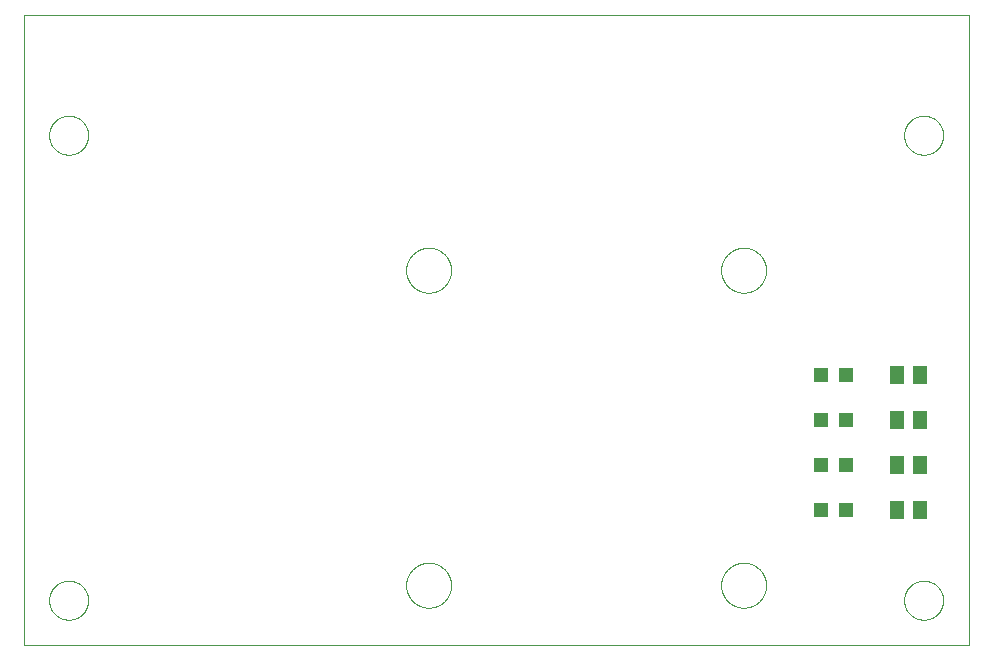
<source format=gtp>
G75*
%MOIN*%
%OFA0B0*%
%FSLAX25Y25*%
%IPPOS*%
%LPD*%
%AMOC8*
5,1,8,0,0,1.08239X$1,22.5*
%
%ADD10C,0.00000*%
%ADD11R,0.04724X0.04724*%
%ADD12R,0.05118X0.06299*%
D10*
X0003333Y0040000D02*
X0003333Y0250000D01*
X0318333Y0250000D01*
X0318333Y0040000D01*
X0003333Y0040000D01*
X0011833Y0055000D02*
X0011835Y0055161D01*
X0011841Y0055321D01*
X0011851Y0055482D01*
X0011865Y0055642D01*
X0011883Y0055802D01*
X0011904Y0055961D01*
X0011930Y0056120D01*
X0011960Y0056278D01*
X0011993Y0056435D01*
X0012031Y0056592D01*
X0012072Y0056747D01*
X0012117Y0056901D01*
X0012166Y0057054D01*
X0012219Y0057206D01*
X0012275Y0057357D01*
X0012336Y0057506D01*
X0012399Y0057654D01*
X0012467Y0057800D01*
X0012538Y0057944D01*
X0012612Y0058086D01*
X0012690Y0058227D01*
X0012772Y0058365D01*
X0012857Y0058502D01*
X0012945Y0058636D01*
X0013037Y0058768D01*
X0013132Y0058898D01*
X0013230Y0059026D01*
X0013331Y0059151D01*
X0013435Y0059273D01*
X0013542Y0059393D01*
X0013652Y0059510D01*
X0013765Y0059625D01*
X0013881Y0059736D01*
X0014000Y0059845D01*
X0014121Y0059950D01*
X0014245Y0060053D01*
X0014371Y0060153D01*
X0014499Y0060249D01*
X0014630Y0060342D01*
X0014764Y0060432D01*
X0014899Y0060519D01*
X0015037Y0060602D01*
X0015176Y0060682D01*
X0015318Y0060758D01*
X0015461Y0060831D01*
X0015606Y0060900D01*
X0015753Y0060966D01*
X0015901Y0061028D01*
X0016051Y0061086D01*
X0016202Y0061141D01*
X0016355Y0061192D01*
X0016509Y0061239D01*
X0016664Y0061282D01*
X0016820Y0061321D01*
X0016976Y0061357D01*
X0017134Y0061388D01*
X0017292Y0061416D01*
X0017451Y0061440D01*
X0017611Y0061460D01*
X0017771Y0061476D01*
X0017931Y0061488D01*
X0018092Y0061496D01*
X0018253Y0061500D01*
X0018413Y0061500D01*
X0018574Y0061496D01*
X0018735Y0061488D01*
X0018895Y0061476D01*
X0019055Y0061460D01*
X0019215Y0061440D01*
X0019374Y0061416D01*
X0019532Y0061388D01*
X0019690Y0061357D01*
X0019846Y0061321D01*
X0020002Y0061282D01*
X0020157Y0061239D01*
X0020311Y0061192D01*
X0020464Y0061141D01*
X0020615Y0061086D01*
X0020765Y0061028D01*
X0020913Y0060966D01*
X0021060Y0060900D01*
X0021205Y0060831D01*
X0021348Y0060758D01*
X0021490Y0060682D01*
X0021629Y0060602D01*
X0021767Y0060519D01*
X0021902Y0060432D01*
X0022036Y0060342D01*
X0022167Y0060249D01*
X0022295Y0060153D01*
X0022421Y0060053D01*
X0022545Y0059950D01*
X0022666Y0059845D01*
X0022785Y0059736D01*
X0022901Y0059625D01*
X0023014Y0059510D01*
X0023124Y0059393D01*
X0023231Y0059273D01*
X0023335Y0059151D01*
X0023436Y0059026D01*
X0023534Y0058898D01*
X0023629Y0058768D01*
X0023721Y0058636D01*
X0023809Y0058502D01*
X0023894Y0058365D01*
X0023976Y0058227D01*
X0024054Y0058086D01*
X0024128Y0057944D01*
X0024199Y0057800D01*
X0024267Y0057654D01*
X0024330Y0057506D01*
X0024391Y0057357D01*
X0024447Y0057206D01*
X0024500Y0057054D01*
X0024549Y0056901D01*
X0024594Y0056747D01*
X0024635Y0056592D01*
X0024673Y0056435D01*
X0024706Y0056278D01*
X0024736Y0056120D01*
X0024762Y0055961D01*
X0024783Y0055802D01*
X0024801Y0055642D01*
X0024815Y0055482D01*
X0024825Y0055321D01*
X0024831Y0055161D01*
X0024833Y0055000D01*
X0024831Y0054839D01*
X0024825Y0054679D01*
X0024815Y0054518D01*
X0024801Y0054358D01*
X0024783Y0054198D01*
X0024762Y0054039D01*
X0024736Y0053880D01*
X0024706Y0053722D01*
X0024673Y0053565D01*
X0024635Y0053408D01*
X0024594Y0053253D01*
X0024549Y0053099D01*
X0024500Y0052946D01*
X0024447Y0052794D01*
X0024391Y0052643D01*
X0024330Y0052494D01*
X0024267Y0052346D01*
X0024199Y0052200D01*
X0024128Y0052056D01*
X0024054Y0051914D01*
X0023976Y0051773D01*
X0023894Y0051635D01*
X0023809Y0051498D01*
X0023721Y0051364D01*
X0023629Y0051232D01*
X0023534Y0051102D01*
X0023436Y0050974D01*
X0023335Y0050849D01*
X0023231Y0050727D01*
X0023124Y0050607D01*
X0023014Y0050490D01*
X0022901Y0050375D01*
X0022785Y0050264D01*
X0022666Y0050155D01*
X0022545Y0050050D01*
X0022421Y0049947D01*
X0022295Y0049847D01*
X0022167Y0049751D01*
X0022036Y0049658D01*
X0021902Y0049568D01*
X0021767Y0049481D01*
X0021629Y0049398D01*
X0021490Y0049318D01*
X0021348Y0049242D01*
X0021205Y0049169D01*
X0021060Y0049100D01*
X0020913Y0049034D01*
X0020765Y0048972D01*
X0020615Y0048914D01*
X0020464Y0048859D01*
X0020311Y0048808D01*
X0020157Y0048761D01*
X0020002Y0048718D01*
X0019846Y0048679D01*
X0019690Y0048643D01*
X0019532Y0048612D01*
X0019374Y0048584D01*
X0019215Y0048560D01*
X0019055Y0048540D01*
X0018895Y0048524D01*
X0018735Y0048512D01*
X0018574Y0048504D01*
X0018413Y0048500D01*
X0018253Y0048500D01*
X0018092Y0048504D01*
X0017931Y0048512D01*
X0017771Y0048524D01*
X0017611Y0048540D01*
X0017451Y0048560D01*
X0017292Y0048584D01*
X0017134Y0048612D01*
X0016976Y0048643D01*
X0016820Y0048679D01*
X0016664Y0048718D01*
X0016509Y0048761D01*
X0016355Y0048808D01*
X0016202Y0048859D01*
X0016051Y0048914D01*
X0015901Y0048972D01*
X0015753Y0049034D01*
X0015606Y0049100D01*
X0015461Y0049169D01*
X0015318Y0049242D01*
X0015176Y0049318D01*
X0015037Y0049398D01*
X0014899Y0049481D01*
X0014764Y0049568D01*
X0014630Y0049658D01*
X0014499Y0049751D01*
X0014371Y0049847D01*
X0014245Y0049947D01*
X0014121Y0050050D01*
X0014000Y0050155D01*
X0013881Y0050264D01*
X0013765Y0050375D01*
X0013652Y0050490D01*
X0013542Y0050607D01*
X0013435Y0050727D01*
X0013331Y0050849D01*
X0013230Y0050974D01*
X0013132Y0051102D01*
X0013037Y0051232D01*
X0012945Y0051364D01*
X0012857Y0051498D01*
X0012772Y0051635D01*
X0012690Y0051773D01*
X0012612Y0051914D01*
X0012538Y0052056D01*
X0012467Y0052200D01*
X0012399Y0052346D01*
X0012336Y0052494D01*
X0012275Y0052643D01*
X0012219Y0052794D01*
X0012166Y0052946D01*
X0012117Y0053099D01*
X0012072Y0053253D01*
X0012031Y0053408D01*
X0011993Y0053565D01*
X0011960Y0053722D01*
X0011930Y0053880D01*
X0011904Y0054039D01*
X0011883Y0054198D01*
X0011865Y0054358D01*
X0011851Y0054518D01*
X0011841Y0054679D01*
X0011835Y0054839D01*
X0011833Y0055000D01*
X0130833Y0060000D02*
X0130835Y0060184D01*
X0130842Y0060368D01*
X0130853Y0060552D01*
X0130869Y0060735D01*
X0130889Y0060918D01*
X0130914Y0061100D01*
X0130943Y0061282D01*
X0130977Y0061463D01*
X0131015Y0061643D01*
X0131058Y0061822D01*
X0131105Y0062000D01*
X0131156Y0062177D01*
X0131212Y0062353D01*
X0131271Y0062527D01*
X0131336Y0062699D01*
X0131404Y0062870D01*
X0131476Y0063039D01*
X0131553Y0063207D01*
X0131634Y0063372D01*
X0131719Y0063535D01*
X0131807Y0063697D01*
X0131900Y0063856D01*
X0131997Y0064012D01*
X0132097Y0064167D01*
X0132201Y0064319D01*
X0132309Y0064468D01*
X0132420Y0064614D01*
X0132535Y0064758D01*
X0132654Y0064899D01*
X0132776Y0065037D01*
X0132901Y0065172D01*
X0133030Y0065303D01*
X0133161Y0065432D01*
X0133296Y0065557D01*
X0133434Y0065679D01*
X0133575Y0065798D01*
X0133719Y0065913D01*
X0133865Y0066024D01*
X0134014Y0066132D01*
X0134166Y0066236D01*
X0134321Y0066336D01*
X0134477Y0066433D01*
X0134636Y0066526D01*
X0134798Y0066614D01*
X0134961Y0066699D01*
X0135126Y0066780D01*
X0135294Y0066857D01*
X0135463Y0066929D01*
X0135634Y0066997D01*
X0135806Y0067062D01*
X0135980Y0067121D01*
X0136156Y0067177D01*
X0136333Y0067228D01*
X0136511Y0067275D01*
X0136690Y0067318D01*
X0136870Y0067356D01*
X0137051Y0067390D01*
X0137233Y0067419D01*
X0137415Y0067444D01*
X0137598Y0067464D01*
X0137781Y0067480D01*
X0137965Y0067491D01*
X0138149Y0067498D01*
X0138333Y0067500D01*
X0138517Y0067498D01*
X0138701Y0067491D01*
X0138885Y0067480D01*
X0139068Y0067464D01*
X0139251Y0067444D01*
X0139433Y0067419D01*
X0139615Y0067390D01*
X0139796Y0067356D01*
X0139976Y0067318D01*
X0140155Y0067275D01*
X0140333Y0067228D01*
X0140510Y0067177D01*
X0140686Y0067121D01*
X0140860Y0067062D01*
X0141032Y0066997D01*
X0141203Y0066929D01*
X0141372Y0066857D01*
X0141540Y0066780D01*
X0141705Y0066699D01*
X0141868Y0066614D01*
X0142030Y0066526D01*
X0142189Y0066433D01*
X0142345Y0066336D01*
X0142500Y0066236D01*
X0142652Y0066132D01*
X0142801Y0066024D01*
X0142947Y0065913D01*
X0143091Y0065798D01*
X0143232Y0065679D01*
X0143370Y0065557D01*
X0143505Y0065432D01*
X0143636Y0065303D01*
X0143765Y0065172D01*
X0143890Y0065037D01*
X0144012Y0064899D01*
X0144131Y0064758D01*
X0144246Y0064614D01*
X0144357Y0064468D01*
X0144465Y0064319D01*
X0144569Y0064167D01*
X0144669Y0064012D01*
X0144766Y0063856D01*
X0144859Y0063697D01*
X0144947Y0063535D01*
X0145032Y0063372D01*
X0145113Y0063207D01*
X0145190Y0063039D01*
X0145262Y0062870D01*
X0145330Y0062699D01*
X0145395Y0062527D01*
X0145454Y0062353D01*
X0145510Y0062177D01*
X0145561Y0062000D01*
X0145608Y0061822D01*
X0145651Y0061643D01*
X0145689Y0061463D01*
X0145723Y0061282D01*
X0145752Y0061100D01*
X0145777Y0060918D01*
X0145797Y0060735D01*
X0145813Y0060552D01*
X0145824Y0060368D01*
X0145831Y0060184D01*
X0145833Y0060000D01*
X0145831Y0059816D01*
X0145824Y0059632D01*
X0145813Y0059448D01*
X0145797Y0059265D01*
X0145777Y0059082D01*
X0145752Y0058900D01*
X0145723Y0058718D01*
X0145689Y0058537D01*
X0145651Y0058357D01*
X0145608Y0058178D01*
X0145561Y0058000D01*
X0145510Y0057823D01*
X0145454Y0057647D01*
X0145395Y0057473D01*
X0145330Y0057301D01*
X0145262Y0057130D01*
X0145190Y0056961D01*
X0145113Y0056793D01*
X0145032Y0056628D01*
X0144947Y0056465D01*
X0144859Y0056303D01*
X0144766Y0056144D01*
X0144669Y0055988D01*
X0144569Y0055833D01*
X0144465Y0055681D01*
X0144357Y0055532D01*
X0144246Y0055386D01*
X0144131Y0055242D01*
X0144012Y0055101D01*
X0143890Y0054963D01*
X0143765Y0054828D01*
X0143636Y0054697D01*
X0143505Y0054568D01*
X0143370Y0054443D01*
X0143232Y0054321D01*
X0143091Y0054202D01*
X0142947Y0054087D01*
X0142801Y0053976D01*
X0142652Y0053868D01*
X0142500Y0053764D01*
X0142345Y0053664D01*
X0142189Y0053567D01*
X0142030Y0053474D01*
X0141868Y0053386D01*
X0141705Y0053301D01*
X0141540Y0053220D01*
X0141372Y0053143D01*
X0141203Y0053071D01*
X0141032Y0053003D01*
X0140860Y0052938D01*
X0140686Y0052879D01*
X0140510Y0052823D01*
X0140333Y0052772D01*
X0140155Y0052725D01*
X0139976Y0052682D01*
X0139796Y0052644D01*
X0139615Y0052610D01*
X0139433Y0052581D01*
X0139251Y0052556D01*
X0139068Y0052536D01*
X0138885Y0052520D01*
X0138701Y0052509D01*
X0138517Y0052502D01*
X0138333Y0052500D01*
X0138149Y0052502D01*
X0137965Y0052509D01*
X0137781Y0052520D01*
X0137598Y0052536D01*
X0137415Y0052556D01*
X0137233Y0052581D01*
X0137051Y0052610D01*
X0136870Y0052644D01*
X0136690Y0052682D01*
X0136511Y0052725D01*
X0136333Y0052772D01*
X0136156Y0052823D01*
X0135980Y0052879D01*
X0135806Y0052938D01*
X0135634Y0053003D01*
X0135463Y0053071D01*
X0135294Y0053143D01*
X0135126Y0053220D01*
X0134961Y0053301D01*
X0134798Y0053386D01*
X0134636Y0053474D01*
X0134477Y0053567D01*
X0134321Y0053664D01*
X0134166Y0053764D01*
X0134014Y0053868D01*
X0133865Y0053976D01*
X0133719Y0054087D01*
X0133575Y0054202D01*
X0133434Y0054321D01*
X0133296Y0054443D01*
X0133161Y0054568D01*
X0133030Y0054697D01*
X0132901Y0054828D01*
X0132776Y0054963D01*
X0132654Y0055101D01*
X0132535Y0055242D01*
X0132420Y0055386D01*
X0132309Y0055532D01*
X0132201Y0055681D01*
X0132097Y0055833D01*
X0131997Y0055988D01*
X0131900Y0056144D01*
X0131807Y0056303D01*
X0131719Y0056465D01*
X0131634Y0056628D01*
X0131553Y0056793D01*
X0131476Y0056961D01*
X0131404Y0057130D01*
X0131336Y0057301D01*
X0131271Y0057473D01*
X0131212Y0057647D01*
X0131156Y0057823D01*
X0131105Y0058000D01*
X0131058Y0058178D01*
X0131015Y0058357D01*
X0130977Y0058537D01*
X0130943Y0058718D01*
X0130914Y0058900D01*
X0130889Y0059082D01*
X0130869Y0059265D01*
X0130853Y0059448D01*
X0130842Y0059632D01*
X0130835Y0059816D01*
X0130833Y0060000D01*
X0235833Y0060000D02*
X0235835Y0060184D01*
X0235842Y0060368D01*
X0235853Y0060552D01*
X0235869Y0060735D01*
X0235889Y0060918D01*
X0235914Y0061100D01*
X0235943Y0061282D01*
X0235977Y0061463D01*
X0236015Y0061643D01*
X0236058Y0061822D01*
X0236105Y0062000D01*
X0236156Y0062177D01*
X0236212Y0062353D01*
X0236271Y0062527D01*
X0236336Y0062699D01*
X0236404Y0062870D01*
X0236476Y0063039D01*
X0236553Y0063207D01*
X0236634Y0063372D01*
X0236719Y0063535D01*
X0236807Y0063697D01*
X0236900Y0063856D01*
X0236997Y0064012D01*
X0237097Y0064167D01*
X0237201Y0064319D01*
X0237309Y0064468D01*
X0237420Y0064614D01*
X0237535Y0064758D01*
X0237654Y0064899D01*
X0237776Y0065037D01*
X0237901Y0065172D01*
X0238030Y0065303D01*
X0238161Y0065432D01*
X0238296Y0065557D01*
X0238434Y0065679D01*
X0238575Y0065798D01*
X0238719Y0065913D01*
X0238865Y0066024D01*
X0239014Y0066132D01*
X0239166Y0066236D01*
X0239321Y0066336D01*
X0239477Y0066433D01*
X0239636Y0066526D01*
X0239798Y0066614D01*
X0239961Y0066699D01*
X0240126Y0066780D01*
X0240294Y0066857D01*
X0240463Y0066929D01*
X0240634Y0066997D01*
X0240806Y0067062D01*
X0240980Y0067121D01*
X0241156Y0067177D01*
X0241333Y0067228D01*
X0241511Y0067275D01*
X0241690Y0067318D01*
X0241870Y0067356D01*
X0242051Y0067390D01*
X0242233Y0067419D01*
X0242415Y0067444D01*
X0242598Y0067464D01*
X0242781Y0067480D01*
X0242965Y0067491D01*
X0243149Y0067498D01*
X0243333Y0067500D01*
X0243517Y0067498D01*
X0243701Y0067491D01*
X0243885Y0067480D01*
X0244068Y0067464D01*
X0244251Y0067444D01*
X0244433Y0067419D01*
X0244615Y0067390D01*
X0244796Y0067356D01*
X0244976Y0067318D01*
X0245155Y0067275D01*
X0245333Y0067228D01*
X0245510Y0067177D01*
X0245686Y0067121D01*
X0245860Y0067062D01*
X0246032Y0066997D01*
X0246203Y0066929D01*
X0246372Y0066857D01*
X0246540Y0066780D01*
X0246705Y0066699D01*
X0246868Y0066614D01*
X0247030Y0066526D01*
X0247189Y0066433D01*
X0247345Y0066336D01*
X0247500Y0066236D01*
X0247652Y0066132D01*
X0247801Y0066024D01*
X0247947Y0065913D01*
X0248091Y0065798D01*
X0248232Y0065679D01*
X0248370Y0065557D01*
X0248505Y0065432D01*
X0248636Y0065303D01*
X0248765Y0065172D01*
X0248890Y0065037D01*
X0249012Y0064899D01*
X0249131Y0064758D01*
X0249246Y0064614D01*
X0249357Y0064468D01*
X0249465Y0064319D01*
X0249569Y0064167D01*
X0249669Y0064012D01*
X0249766Y0063856D01*
X0249859Y0063697D01*
X0249947Y0063535D01*
X0250032Y0063372D01*
X0250113Y0063207D01*
X0250190Y0063039D01*
X0250262Y0062870D01*
X0250330Y0062699D01*
X0250395Y0062527D01*
X0250454Y0062353D01*
X0250510Y0062177D01*
X0250561Y0062000D01*
X0250608Y0061822D01*
X0250651Y0061643D01*
X0250689Y0061463D01*
X0250723Y0061282D01*
X0250752Y0061100D01*
X0250777Y0060918D01*
X0250797Y0060735D01*
X0250813Y0060552D01*
X0250824Y0060368D01*
X0250831Y0060184D01*
X0250833Y0060000D01*
X0250831Y0059816D01*
X0250824Y0059632D01*
X0250813Y0059448D01*
X0250797Y0059265D01*
X0250777Y0059082D01*
X0250752Y0058900D01*
X0250723Y0058718D01*
X0250689Y0058537D01*
X0250651Y0058357D01*
X0250608Y0058178D01*
X0250561Y0058000D01*
X0250510Y0057823D01*
X0250454Y0057647D01*
X0250395Y0057473D01*
X0250330Y0057301D01*
X0250262Y0057130D01*
X0250190Y0056961D01*
X0250113Y0056793D01*
X0250032Y0056628D01*
X0249947Y0056465D01*
X0249859Y0056303D01*
X0249766Y0056144D01*
X0249669Y0055988D01*
X0249569Y0055833D01*
X0249465Y0055681D01*
X0249357Y0055532D01*
X0249246Y0055386D01*
X0249131Y0055242D01*
X0249012Y0055101D01*
X0248890Y0054963D01*
X0248765Y0054828D01*
X0248636Y0054697D01*
X0248505Y0054568D01*
X0248370Y0054443D01*
X0248232Y0054321D01*
X0248091Y0054202D01*
X0247947Y0054087D01*
X0247801Y0053976D01*
X0247652Y0053868D01*
X0247500Y0053764D01*
X0247345Y0053664D01*
X0247189Y0053567D01*
X0247030Y0053474D01*
X0246868Y0053386D01*
X0246705Y0053301D01*
X0246540Y0053220D01*
X0246372Y0053143D01*
X0246203Y0053071D01*
X0246032Y0053003D01*
X0245860Y0052938D01*
X0245686Y0052879D01*
X0245510Y0052823D01*
X0245333Y0052772D01*
X0245155Y0052725D01*
X0244976Y0052682D01*
X0244796Y0052644D01*
X0244615Y0052610D01*
X0244433Y0052581D01*
X0244251Y0052556D01*
X0244068Y0052536D01*
X0243885Y0052520D01*
X0243701Y0052509D01*
X0243517Y0052502D01*
X0243333Y0052500D01*
X0243149Y0052502D01*
X0242965Y0052509D01*
X0242781Y0052520D01*
X0242598Y0052536D01*
X0242415Y0052556D01*
X0242233Y0052581D01*
X0242051Y0052610D01*
X0241870Y0052644D01*
X0241690Y0052682D01*
X0241511Y0052725D01*
X0241333Y0052772D01*
X0241156Y0052823D01*
X0240980Y0052879D01*
X0240806Y0052938D01*
X0240634Y0053003D01*
X0240463Y0053071D01*
X0240294Y0053143D01*
X0240126Y0053220D01*
X0239961Y0053301D01*
X0239798Y0053386D01*
X0239636Y0053474D01*
X0239477Y0053567D01*
X0239321Y0053664D01*
X0239166Y0053764D01*
X0239014Y0053868D01*
X0238865Y0053976D01*
X0238719Y0054087D01*
X0238575Y0054202D01*
X0238434Y0054321D01*
X0238296Y0054443D01*
X0238161Y0054568D01*
X0238030Y0054697D01*
X0237901Y0054828D01*
X0237776Y0054963D01*
X0237654Y0055101D01*
X0237535Y0055242D01*
X0237420Y0055386D01*
X0237309Y0055532D01*
X0237201Y0055681D01*
X0237097Y0055833D01*
X0236997Y0055988D01*
X0236900Y0056144D01*
X0236807Y0056303D01*
X0236719Y0056465D01*
X0236634Y0056628D01*
X0236553Y0056793D01*
X0236476Y0056961D01*
X0236404Y0057130D01*
X0236336Y0057301D01*
X0236271Y0057473D01*
X0236212Y0057647D01*
X0236156Y0057823D01*
X0236105Y0058000D01*
X0236058Y0058178D01*
X0236015Y0058357D01*
X0235977Y0058537D01*
X0235943Y0058718D01*
X0235914Y0058900D01*
X0235889Y0059082D01*
X0235869Y0059265D01*
X0235853Y0059448D01*
X0235842Y0059632D01*
X0235835Y0059816D01*
X0235833Y0060000D01*
X0296833Y0055000D02*
X0296835Y0055161D01*
X0296841Y0055321D01*
X0296851Y0055482D01*
X0296865Y0055642D01*
X0296883Y0055802D01*
X0296904Y0055961D01*
X0296930Y0056120D01*
X0296960Y0056278D01*
X0296993Y0056435D01*
X0297031Y0056592D01*
X0297072Y0056747D01*
X0297117Y0056901D01*
X0297166Y0057054D01*
X0297219Y0057206D01*
X0297275Y0057357D01*
X0297336Y0057506D01*
X0297399Y0057654D01*
X0297467Y0057800D01*
X0297538Y0057944D01*
X0297612Y0058086D01*
X0297690Y0058227D01*
X0297772Y0058365D01*
X0297857Y0058502D01*
X0297945Y0058636D01*
X0298037Y0058768D01*
X0298132Y0058898D01*
X0298230Y0059026D01*
X0298331Y0059151D01*
X0298435Y0059273D01*
X0298542Y0059393D01*
X0298652Y0059510D01*
X0298765Y0059625D01*
X0298881Y0059736D01*
X0299000Y0059845D01*
X0299121Y0059950D01*
X0299245Y0060053D01*
X0299371Y0060153D01*
X0299499Y0060249D01*
X0299630Y0060342D01*
X0299764Y0060432D01*
X0299899Y0060519D01*
X0300037Y0060602D01*
X0300176Y0060682D01*
X0300318Y0060758D01*
X0300461Y0060831D01*
X0300606Y0060900D01*
X0300753Y0060966D01*
X0300901Y0061028D01*
X0301051Y0061086D01*
X0301202Y0061141D01*
X0301355Y0061192D01*
X0301509Y0061239D01*
X0301664Y0061282D01*
X0301820Y0061321D01*
X0301976Y0061357D01*
X0302134Y0061388D01*
X0302292Y0061416D01*
X0302451Y0061440D01*
X0302611Y0061460D01*
X0302771Y0061476D01*
X0302931Y0061488D01*
X0303092Y0061496D01*
X0303253Y0061500D01*
X0303413Y0061500D01*
X0303574Y0061496D01*
X0303735Y0061488D01*
X0303895Y0061476D01*
X0304055Y0061460D01*
X0304215Y0061440D01*
X0304374Y0061416D01*
X0304532Y0061388D01*
X0304690Y0061357D01*
X0304846Y0061321D01*
X0305002Y0061282D01*
X0305157Y0061239D01*
X0305311Y0061192D01*
X0305464Y0061141D01*
X0305615Y0061086D01*
X0305765Y0061028D01*
X0305913Y0060966D01*
X0306060Y0060900D01*
X0306205Y0060831D01*
X0306348Y0060758D01*
X0306490Y0060682D01*
X0306629Y0060602D01*
X0306767Y0060519D01*
X0306902Y0060432D01*
X0307036Y0060342D01*
X0307167Y0060249D01*
X0307295Y0060153D01*
X0307421Y0060053D01*
X0307545Y0059950D01*
X0307666Y0059845D01*
X0307785Y0059736D01*
X0307901Y0059625D01*
X0308014Y0059510D01*
X0308124Y0059393D01*
X0308231Y0059273D01*
X0308335Y0059151D01*
X0308436Y0059026D01*
X0308534Y0058898D01*
X0308629Y0058768D01*
X0308721Y0058636D01*
X0308809Y0058502D01*
X0308894Y0058365D01*
X0308976Y0058227D01*
X0309054Y0058086D01*
X0309128Y0057944D01*
X0309199Y0057800D01*
X0309267Y0057654D01*
X0309330Y0057506D01*
X0309391Y0057357D01*
X0309447Y0057206D01*
X0309500Y0057054D01*
X0309549Y0056901D01*
X0309594Y0056747D01*
X0309635Y0056592D01*
X0309673Y0056435D01*
X0309706Y0056278D01*
X0309736Y0056120D01*
X0309762Y0055961D01*
X0309783Y0055802D01*
X0309801Y0055642D01*
X0309815Y0055482D01*
X0309825Y0055321D01*
X0309831Y0055161D01*
X0309833Y0055000D01*
X0309831Y0054839D01*
X0309825Y0054679D01*
X0309815Y0054518D01*
X0309801Y0054358D01*
X0309783Y0054198D01*
X0309762Y0054039D01*
X0309736Y0053880D01*
X0309706Y0053722D01*
X0309673Y0053565D01*
X0309635Y0053408D01*
X0309594Y0053253D01*
X0309549Y0053099D01*
X0309500Y0052946D01*
X0309447Y0052794D01*
X0309391Y0052643D01*
X0309330Y0052494D01*
X0309267Y0052346D01*
X0309199Y0052200D01*
X0309128Y0052056D01*
X0309054Y0051914D01*
X0308976Y0051773D01*
X0308894Y0051635D01*
X0308809Y0051498D01*
X0308721Y0051364D01*
X0308629Y0051232D01*
X0308534Y0051102D01*
X0308436Y0050974D01*
X0308335Y0050849D01*
X0308231Y0050727D01*
X0308124Y0050607D01*
X0308014Y0050490D01*
X0307901Y0050375D01*
X0307785Y0050264D01*
X0307666Y0050155D01*
X0307545Y0050050D01*
X0307421Y0049947D01*
X0307295Y0049847D01*
X0307167Y0049751D01*
X0307036Y0049658D01*
X0306902Y0049568D01*
X0306767Y0049481D01*
X0306629Y0049398D01*
X0306490Y0049318D01*
X0306348Y0049242D01*
X0306205Y0049169D01*
X0306060Y0049100D01*
X0305913Y0049034D01*
X0305765Y0048972D01*
X0305615Y0048914D01*
X0305464Y0048859D01*
X0305311Y0048808D01*
X0305157Y0048761D01*
X0305002Y0048718D01*
X0304846Y0048679D01*
X0304690Y0048643D01*
X0304532Y0048612D01*
X0304374Y0048584D01*
X0304215Y0048560D01*
X0304055Y0048540D01*
X0303895Y0048524D01*
X0303735Y0048512D01*
X0303574Y0048504D01*
X0303413Y0048500D01*
X0303253Y0048500D01*
X0303092Y0048504D01*
X0302931Y0048512D01*
X0302771Y0048524D01*
X0302611Y0048540D01*
X0302451Y0048560D01*
X0302292Y0048584D01*
X0302134Y0048612D01*
X0301976Y0048643D01*
X0301820Y0048679D01*
X0301664Y0048718D01*
X0301509Y0048761D01*
X0301355Y0048808D01*
X0301202Y0048859D01*
X0301051Y0048914D01*
X0300901Y0048972D01*
X0300753Y0049034D01*
X0300606Y0049100D01*
X0300461Y0049169D01*
X0300318Y0049242D01*
X0300176Y0049318D01*
X0300037Y0049398D01*
X0299899Y0049481D01*
X0299764Y0049568D01*
X0299630Y0049658D01*
X0299499Y0049751D01*
X0299371Y0049847D01*
X0299245Y0049947D01*
X0299121Y0050050D01*
X0299000Y0050155D01*
X0298881Y0050264D01*
X0298765Y0050375D01*
X0298652Y0050490D01*
X0298542Y0050607D01*
X0298435Y0050727D01*
X0298331Y0050849D01*
X0298230Y0050974D01*
X0298132Y0051102D01*
X0298037Y0051232D01*
X0297945Y0051364D01*
X0297857Y0051498D01*
X0297772Y0051635D01*
X0297690Y0051773D01*
X0297612Y0051914D01*
X0297538Y0052056D01*
X0297467Y0052200D01*
X0297399Y0052346D01*
X0297336Y0052494D01*
X0297275Y0052643D01*
X0297219Y0052794D01*
X0297166Y0052946D01*
X0297117Y0053099D01*
X0297072Y0053253D01*
X0297031Y0053408D01*
X0296993Y0053565D01*
X0296960Y0053722D01*
X0296930Y0053880D01*
X0296904Y0054039D01*
X0296883Y0054198D01*
X0296865Y0054358D01*
X0296851Y0054518D01*
X0296841Y0054679D01*
X0296835Y0054839D01*
X0296833Y0055000D01*
X0235833Y0165000D02*
X0235835Y0165184D01*
X0235842Y0165368D01*
X0235853Y0165552D01*
X0235869Y0165735D01*
X0235889Y0165918D01*
X0235914Y0166100D01*
X0235943Y0166282D01*
X0235977Y0166463D01*
X0236015Y0166643D01*
X0236058Y0166822D01*
X0236105Y0167000D01*
X0236156Y0167177D01*
X0236212Y0167353D01*
X0236271Y0167527D01*
X0236336Y0167699D01*
X0236404Y0167870D01*
X0236476Y0168039D01*
X0236553Y0168207D01*
X0236634Y0168372D01*
X0236719Y0168535D01*
X0236807Y0168697D01*
X0236900Y0168856D01*
X0236997Y0169012D01*
X0237097Y0169167D01*
X0237201Y0169319D01*
X0237309Y0169468D01*
X0237420Y0169614D01*
X0237535Y0169758D01*
X0237654Y0169899D01*
X0237776Y0170037D01*
X0237901Y0170172D01*
X0238030Y0170303D01*
X0238161Y0170432D01*
X0238296Y0170557D01*
X0238434Y0170679D01*
X0238575Y0170798D01*
X0238719Y0170913D01*
X0238865Y0171024D01*
X0239014Y0171132D01*
X0239166Y0171236D01*
X0239321Y0171336D01*
X0239477Y0171433D01*
X0239636Y0171526D01*
X0239798Y0171614D01*
X0239961Y0171699D01*
X0240126Y0171780D01*
X0240294Y0171857D01*
X0240463Y0171929D01*
X0240634Y0171997D01*
X0240806Y0172062D01*
X0240980Y0172121D01*
X0241156Y0172177D01*
X0241333Y0172228D01*
X0241511Y0172275D01*
X0241690Y0172318D01*
X0241870Y0172356D01*
X0242051Y0172390D01*
X0242233Y0172419D01*
X0242415Y0172444D01*
X0242598Y0172464D01*
X0242781Y0172480D01*
X0242965Y0172491D01*
X0243149Y0172498D01*
X0243333Y0172500D01*
X0243517Y0172498D01*
X0243701Y0172491D01*
X0243885Y0172480D01*
X0244068Y0172464D01*
X0244251Y0172444D01*
X0244433Y0172419D01*
X0244615Y0172390D01*
X0244796Y0172356D01*
X0244976Y0172318D01*
X0245155Y0172275D01*
X0245333Y0172228D01*
X0245510Y0172177D01*
X0245686Y0172121D01*
X0245860Y0172062D01*
X0246032Y0171997D01*
X0246203Y0171929D01*
X0246372Y0171857D01*
X0246540Y0171780D01*
X0246705Y0171699D01*
X0246868Y0171614D01*
X0247030Y0171526D01*
X0247189Y0171433D01*
X0247345Y0171336D01*
X0247500Y0171236D01*
X0247652Y0171132D01*
X0247801Y0171024D01*
X0247947Y0170913D01*
X0248091Y0170798D01*
X0248232Y0170679D01*
X0248370Y0170557D01*
X0248505Y0170432D01*
X0248636Y0170303D01*
X0248765Y0170172D01*
X0248890Y0170037D01*
X0249012Y0169899D01*
X0249131Y0169758D01*
X0249246Y0169614D01*
X0249357Y0169468D01*
X0249465Y0169319D01*
X0249569Y0169167D01*
X0249669Y0169012D01*
X0249766Y0168856D01*
X0249859Y0168697D01*
X0249947Y0168535D01*
X0250032Y0168372D01*
X0250113Y0168207D01*
X0250190Y0168039D01*
X0250262Y0167870D01*
X0250330Y0167699D01*
X0250395Y0167527D01*
X0250454Y0167353D01*
X0250510Y0167177D01*
X0250561Y0167000D01*
X0250608Y0166822D01*
X0250651Y0166643D01*
X0250689Y0166463D01*
X0250723Y0166282D01*
X0250752Y0166100D01*
X0250777Y0165918D01*
X0250797Y0165735D01*
X0250813Y0165552D01*
X0250824Y0165368D01*
X0250831Y0165184D01*
X0250833Y0165000D01*
X0250831Y0164816D01*
X0250824Y0164632D01*
X0250813Y0164448D01*
X0250797Y0164265D01*
X0250777Y0164082D01*
X0250752Y0163900D01*
X0250723Y0163718D01*
X0250689Y0163537D01*
X0250651Y0163357D01*
X0250608Y0163178D01*
X0250561Y0163000D01*
X0250510Y0162823D01*
X0250454Y0162647D01*
X0250395Y0162473D01*
X0250330Y0162301D01*
X0250262Y0162130D01*
X0250190Y0161961D01*
X0250113Y0161793D01*
X0250032Y0161628D01*
X0249947Y0161465D01*
X0249859Y0161303D01*
X0249766Y0161144D01*
X0249669Y0160988D01*
X0249569Y0160833D01*
X0249465Y0160681D01*
X0249357Y0160532D01*
X0249246Y0160386D01*
X0249131Y0160242D01*
X0249012Y0160101D01*
X0248890Y0159963D01*
X0248765Y0159828D01*
X0248636Y0159697D01*
X0248505Y0159568D01*
X0248370Y0159443D01*
X0248232Y0159321D01*
X0248091Y0159202D01*
X0247947Y0159087D01*
X0247801Y0158976D01*
X0247652Y0158868D01*
X0247500Y0158764D01*
X0247345Y0158664D01*
X0247189Y0158567D01*
X0247030Y0158474D01*
X0246868Y0158386D01*
X0246705Y0158301D01*
X0246540Y0158220D01*
X0246372Y0158143D01*
X0246203Y0158071D01*
X0246032Y0158003D01*
X0245860Y0157938D01*
X0245686Y0157879D01*
X0245510Y0157823D01*
X0245333Y0157772D01*
X0245155Y0157725D01*
X0244976Y0157682D01*
X0244796Y0157644D01*
X0244615Y0157610D01*
X0244433Y0157581D01*
X0244251Y0157556D01*
X0244068Y0157536D01*
X0243885Y0157520D01*
X0243701Y0157509D01*
X0243517Y0157502D01*
X0243333Y0157500D01*
X0243149Y0157502D01*
X0242965Y0157509D01*
X0242781Y0157520D01*
X0242598Y0157536D01*
X0242415Y0157556D01*
X0242233Y0157581D01*
X0242051Y0157610D01*
X0241870Y0157644D01*
X0241690Y0157682D01*
X0241511Y0157725D01*
X0241333Y0157772D01*
X0241156Y0157823D01*
X0240980Y0157879D01*
X0240806Y0157938D01*
X0240634Y0158003D01*
X0240463Y0158071D01*
X0240294Y0158143D01*
X0240126Y0158220D01*
X0239961Y0158301D01*
X0239798Y0158386D01*
X0239636Y0158474D01*
X0239477Y0158567D01*
X0239321Y0158664D01*
X0239166Y0158764D01*
X0239014Y0158868D01*
X0238865Y0158976D01*
X0238719Y0159087D01*
X0238575Y0159202D01*
X0238434Y0159321D01*
X0238296Y0159443D01*
X0238161Y0159568D01*
X0238030Y0159697D01*
X0237901Y0159828D01*
X0237776Y0159963D01*
X0237654Y0160101D01*
X0237535Y0160242D01*
X0237420Y0160386D01*
X0237309Y0160532D01*
X0237201Y0160681D01*
X0237097Y0160833D01*
X0236997Y0160988D01*
X0236900Y0161144D01*
X0236807Y0161303D01*
X0236719Y0161465D01*
X0236634Y0161628D01*
X0236553Y0161793D01*
X0236476Y0161961D01*
X0236404Y0162130D01*
X0236336Y0162301D01*
X0236271Y0162473D01*
X0236212Y0162647D01*
X0236156Y0162823D01*
X0236105Y0163000D01*
X0236058Y0163178D01*
X0236015Y0163357D01*
X0235977Y0163537D01*
X0235943Y0163718D01*
X0235914Y0163900D01*
X0235889Y0164082D01*
X0235869Y0164265D01*
X0235853Y0164448D01*
X0235842Y0164632D01*
X0235835Y0164816D01*
X0235833Y0165000D01*
X0296833Y0210000D02*
X0296835Y0210161D01*
X0296841Y0210321D01*
X0296851Y0210482D01*
X0296865Y0210642D01*
X0296883Y0210802D01*
X0296904Y0210961D01*
X0296930Y0211120D01*
X0296960Y0211278D01*
X0296993Y0211435D01*
X0297031Y0211592D01*
X0297072Y0211747D01*
X0297117Y0211901D01*
X0297166Y0212054D01*
X0297219Y0212206D01*
X0297275Y0212357D01*
X0297336Y0212506D01*
X0297399Y0212654D01*
X0297467Y0212800D01*
X0297538Y0212944D01*
X0297612Y0213086D01*
X0297690Y0213227D01*
X0297772Y0213365D01*
X0297857Y0213502D01*
X0297945Y0213636D01*
X0298037Y0213768D01*
X0298132Y0213898D01*
X0298230Y0214026D01*
X0298331Y0214151D01*
X0298435Y0214273D01*
X0298542Y0214393D01*
X0298652Y0214510D01*
X0298765Y0214625D01*
X0298881Y0214736D01*
X0299000Y0214845D01*
X0299121Y0214950D01*
X0299245Y0215053D01*
X0299371Y0215153D01*
X0299499Y0215249D01*
X0299630Y0215342D01*
X0299764Y0215432D01*
X0299899Y0215519D01*
X0300037Y0215602D01*
X0300176Y0215682D01*
X0300318Y0215758D01*
X0300461Y0215831D01*
X0300606Y0215900D01*
X0300753Y0215966D01*
X0300901Y0216028D01*
X0301051Y0216086D01*
X0301202Y0216141D01*
X0301355Y0216192D01*
X0301509Y0216239D01*
X0301664Y0216282D01*
X0301820Y0216321D01*
X0301976Y0216357D01*
X0302134Y0216388D01*
X0302292Y0216416D01*
X0302451Y0216440D01*
X0302611Y0216460D01*
X0302771Y0216476D01*
X0302931Y0216488D01*
X0303092Y0216496D01*
X0303253Y0216500D01*
X0303413Y0216500D01*
X0303574Y0216496D01*
X0303735Y0216488D01*
X0303895Y0216476D01*
X0304055Y0216460D01*
X0304215Y0216440D01*
X0304374Y0216416D01*
X0304532Y0216388D01*
X0304690Y0216357D01*
X0304846Y0216321D01*
X0305002Y0216282D01*
X0305157Y0216239D01*
X0305311Y0216192D01*
X0305464Y0216141D01*
X0305615Y0216086D01*
X0305765Y0216028D01*
X0305913Y0215966D01*
X0306060Y0215900D01*
X0306205Y0215831D01*
X0306348Y0215758D01*
X0306490Y0215682D01*
X0306629Y0215602D01*
X0306767Y0215519D01*
X0306902Y0215432D01*
X0307036Y0215342D01*
X0307167Y0215249D01*
X0307295Y0215153D01*
X0307421Y0215053D01*
X0307545Y0214950D01*
X0307666Y0214845D01*
X0307785Y0214736D01*
X0307901Y0214625D01*
X0308014Y0214510D01*
X0308124Y0214393D01*
X0308231Y0214273D01*
X0308335Y0214151D01*
X0308436Y0214026D01*
X0308534Y0213898D01*
X0308629Y0213768D01*
X0308721Y0213636D01*
X0308809Y0213502D01*
X0308894Y0213365D01*
X0308976Y0213227D01*
X0309054Y0213086D01*
X0309128Y0212944D01*
X0309199Y0212800D01*
X0309267Y0212654D01*
X0309330Y0212506D01*
X0309391Y0212357D01*
X0309447Y0212206D01*
X0309500Y0212054D01*
X0309549Y0211901D01*
X0309594Y0211747D01*
X0309635Y0211592D01*
X0309673Y0211435D01*
X0309706Y0211278D01*
X0309736Y0211120D01*
X0309762Y0210961D01*
X0309783Y0210802D01*
X0309801Y0210642D01*
X0309815Y0210482D01*
X0309825Y0210321D01*
X0309831Y0210161D01*
X0309833Y0210000D01*
X0309831Y0209839D01*
X0309825Y0209679D01*
X0309815Y0209518D01*
X0309801Y0209358D01*
X0309783Y0209198D01*
X0309762Y0209039D01*
X0309736Y0208880D01*
X0309706Y0208722D01*
X0309673Y0208565D01*
X0309635Y0208408D01*
X0309594Y0208253D01*
X0309549Y0208099D01*
X0309500Y0207946D01*
X0309447Y0207794D01*
X0309391Y0207643D01*
X0309330Y0207494D01*
X0309267Y0207346D01*
X0309199Y0207200D01*
X0309128Y0207056D01*
X0309054Y0206914D01*
X0308976Y0206773D01*
X0308894Y0206635D01*
X0308809Y0206498D01*
X0308721Y0206364D01*
X0308629Y0206232D01*
X0308534Y0206102D01*
X0308436Y0205974D01*
X0308335Y0205849D01*
X0308231Y0205727D01*
X0308124Y0205607D01*
X0308014Y0205490D01*
X0307901Y0205375D01*
X0307785Y0205264D01*
X0307666Y0205155D01*
X0307545Y0205050D01*
X0307421Y0204947D01*
X0307295Y0204847D01*
X0307167Y0204751D01*
X0307036Y0204658D01*
X0306902Y0204568D01*
X0306767Y0204481D01*
X0306629Y0204398D01*
X0306490Y0204318D01*
X0306348Y0204242D01*
X0306205Y0204169D01*
X0306060Y0204100D01*
X0305913Y0204034D01*
X0305765Y0203972D01*
X0305615Y0203914D01*
X0305464Y0203859D01*
X0305311Y0203808D01*
X0305157Y0203761D01*
X0305002Y0203718D01*
X0304846Y0203679D01*
X0304690Y0203643D01*
X0304532Y0203612D01*
X0304374Y0203584D01*
X0304215Y0203560D01*
X0304055Y0203540D01*
X0303895Y0203524D01*
X0303735Y0203512D01*
X0303574Y0203504D01*
X0303413Y0203500D01*
X0303253Y0203500D01*
X0303092Y0203504D01*
X0302931Y0203512D01*
X0302771Y0203524D01*
X0302611Y0203540D01*
X0302451Y0203560D01*
X0302292Y0203584D01*
X0302134Y0203612D01*
X0301976Y0203643D01*
X0301820Y0203679D01*
X0301664Y0203718D01*
X0301509Y0203761D01*
X0301355Y0203808D01*
X0301202Y0203859D01*
X0301051Y0203914D01*
X0300901Y0203972D01*
X0300753Y0204034D01*
X0300606Y0204100D01*
X0300461Y0204169D01*
X0300318Y0204242D01*
X0300176Y0204318D01*
X0300037Y0204398D01*
X0299899Y0204481D01*
X0299764Y0204568D01*
X0299630Y0204658D01*
X0299499Y0204751D01*
X0299371Y0204847D01*
X0299245Y0204947D01*
X0299121Y0205050D01*
X0299000Y0205155D01*
X0298881Y0205264D01*
X0298765Y0205375D01*
X0298652Y0205490D01*
X0298542Y0205607D01*
X0298435Y0205727D01*
X0298331Y0205849D01*
X0298230Y0205974D01*
X0298132Y0206102D01*
X0298037Y0206232D01*
X0297945Y0206364D01*
X0297857Y0206498D01*
X0297772Y0206635D01*
X0297690Y0206773D01*
X0297612Y0206914D01*
X0297538Y0207056D01*
X0297467Y0207200D01*
X0297399Y0207346D01*
X0297336Y0207494D01*
X0297275Y0207643D01*
X0297219Y0207794D01*
X0297166Y0207946D01*
X0297117Y0208099D01*
X0297072Y0208253D01*
X0297031Y0208408D01*
X0296993Y0208565D01*
X0296960Y0208722D01*
X0296930Y0208880D01*
X0296904Y0209039D01*
X0296883Y0209198D01*
X0296865Y0209358D01*
X0296851Y0209518D01*
X0296841Y0209679D01*
X0296835Y0209839D01*
X0296833Y0210000D01*
X0130833Y0165000D02*
X0130835Y0165184D01*
X0130842Y0165368D01*
X0130853Y0165552D01*
X0130869Y0165735D01*
X0130889Y0165918D01*
X0130914Y0166100D01*
X0130943Y0166282D01*
X0130977Y0166463D01*
X0131015Y0166643D01*
X0131058Y0166822D01*
X0131105Y0167000D01*
X0131156Y0167177D01*
X0131212Y0167353D01*
X0131271Y0167527D01*
X0131336Y0167699D01*
X0131404Y0167870D01*
X0131476Y0168039D01*
X0131553Y0168207D01*
X0131634Y0168372D01*
X0131719Y0168535D01*
X0131807Y0168697D01*
X0131900Y0168856D01*
X0131997Y0169012D01*
X0132097Y0169167D01*
X0132201Y0169319D01*
X0132309Y0169468D01*
X0132420Y0169614D01*
X0132535Y0169758D01*
X0132654Y0169899D01*
X0132776Y0170037D01*
X0132901Y0170172D01*
X0133030Y0170303D01*
X0133161Y0170432D01*
X0133296Y0170557D01*
X0133434Y0170679D01*
X0133575Y0170798D01*
X0133719Y0170913D01*
X0133865Y0171024D01*
X0134014Y0171132D01*
X0134166Y0171236D01*
X0134321Y0171336D01*
X0134477Y0171433D01*
X0134636Y0171526D01*
X0134798Y0171614D01*
X0134961Y0171699D01*
X0135126Y0171780D01*
X0135294Y0171857D01*
X0135463Y0171929D01*
X0135634Y0171997D01*
X0135806Y0172062D01*
X0135980Y0172121D01*
X0136156Y0172177D01*
X0136333Y0172228D01*
X0136511Y0172275D01*
X0136690Y0172318D01*
X0136870Y0172356D01*
X0137051Y0172390D01*
X0137233Y0172419D01*
X0137415Y0172444D01*
X0137598Y0172464D01*
X0137781Y0172480D01*
X0137965Y0172491D01*
X0138149Y0172498D01*
X0138333Y0172500D01*
X0138517Y0172498D01*
X0138701Y0172491D01*
X0138885Y0172480D01*
X0139068Y0172464D01*
X0139251Y0172444D01*
X0139433Y0172419D01*
X0139615Y0172390D01*
X0139796Y0172356D01*
X0139976Y0172318D01*
X0140155Y0172275D01*
X0140333Y0172228D01*
X0140510Y0172177D01*
X0140686Y0172121D01*
X0140860Y0172062D01*
X0141032Y0171997D01*
X0141203Y0171929D01*
X0141372Y0171857D01*
X0141540Y0171780D01*
X0141705Y0171699D01*
X0141868Y0171614D01*
X0142030Y0171526D01*
X0142189Y0171433D01*
X0142345Y0171336D01*
X0142500Y0171236D01*
X0142652Y0171132D01*
X0142801Y0171024D01*
X0142947Y0170913D01*
X0143091Y0170798D01*
X0143232Y0170679D01*
X0143370Y0170557D01*
X0143505Y0170432D01*
X0143636Y0170303D01*
X0143765Y0170172D01*
X0143890Y0170037D01*
X0144012Y0169899D01*
X0144131Y0169758D01*
X0144246Y0169614D01*
X0144357Y0169468D01*
X0144465Y0169319D01*
X0144569Y0169167D01*
X0144669Y0169012D01*
X0144766Y0168856D01*
X0144859Y0168697D01*
X0144947Y0168535D01*
X0145032Y0168372D01*
X0145113Y0168207D01*
X0145190Y0168039D01*
X0145262Y0167870D01*
X0145330Y0167699D01*
X0145395Y0167527D01*
X0145454Y0167353D01*
X0145510Y0167177D01*
X0145561Y0167000D01*
X0145608Y0166822D01*
X0145651Y0166643D01*
X0145689Y0166463D01*
X0145723Y0166282D01*
X0145752Y0166100D01*
X0145777Y0165918D01*
X0145797Y0165735D01*
X0145813Y0165552D01*
X0145824Y0165368D01*
X0145831Y0165184D01*
X0145833Y0165000D01*
X0145831Y0164816D01*
X0145824Y0164632D01*
X0145813Y0164448D01*
X0145797Y0164265D01*
X0145777Y0164082D01*
X0145752Y0163900D01*
X0145723Y0163718D01*
X0145689Y0163537D01*
X0145651Y0163357D01*
X0145608Y0163178D01*
X0145561Y0163000D01*
X0145510Y0162823D01*
X0145454Y0162647D01*
X0145395Y0162473D01*
X0145330Y0162301D01*
X0145262Y0162130D01*
X0145190Y0161961D01*
X0145113Y0161793D01*
X0145032Y0161628D01*
X0144947Y0161465D01*
X0144859Y0161303D01*
X0144766Y0161144D01*
X0144669Y0160988D01*
X0144569Y0160833D01*
X0144465Y0160681D01*
X0144357Y0160532D01*
X0144246Y0160386D01*
X0144131Y0160242D01*
X0144012Y0160101D01*
X0143890Y0159963D01*
X0143765Y0159828D01*
X0143636Y0159697D01*
X0143505Y0159568D01*
X0143370Y0159443D01*
X0143232Y0159321D01*
X0143091Y0159202D01*
X0142947Y0159087D01*
X0142801Y0158976D01*
X0142652Y0158868D01*
X0142500Y0158764D01*
X0142345Y0158664D01*
X0142189Y0158567D01*
X0142030Y0158474D01*
X0141868Y0158386D01*
X0141705Y0158301D01*
X0141540Y0158220D01*
X0141372Y0158143D01*
X0141203Y0158071D01*
X0141032Y0158003D01*
X0140860Y0157938D01*
X0140686Y0157879D01*
X0140510Y0157823D01*
X0140333Y0157772D01*
X0140155Y0157725D01*
X0139976Y0157682D01*
X0139796Y0157644D01*
X0139615Y0157610D01*
X0139433Y0157581D01*
X0139251Y0157556D01*
X0139068Y0157536D01*
X0138885Y0157520D01*
X0138701Y0157509D01*
X0138517Y0157502D01*
X0138333Y0157500D01*
X0138149Y0157502D01*
X0137965Y0157509D01*
X0137781Y0157520D01*
X0137598Y0157536D01*
X0137415Y0157556D01*
X0137233Y0157581D01*
X0137051Y0157610D01*
X0136870Y0157644D01*
X0136690Y0157682D01*
X0136511Y0157725D01*
X0136333Y0157772D01*
X0136156Y0157823D01*
X0135980Y0157879D01*
X0135806Y0157938D01*
X0135634Y0158003D01*
X0135463Y0158071D01*
X0135294Y0158143D01*
X0135126Y0158220D01*
X0134961Y0158301D01*
X0134798Y0158386D01*
X0134636Y0158474D01*
X0134477Y0158567D01*
X0134321Y0158664D01*
X0134166Y0158764D01*
X0134014Y0158868D01*
X0133865Y0158976D01*
X0133719Y0159087D01*
X0133575Y0159202D01*
X0133434Y0159321D01*
X0133296Y0159443D01*
X0133161Y0159568D01*
X0133030Y0159697D01*
X0132901Y0159828D01*
X0132776Y0159963D01*
X0132654Y0160101D01*
X0132535Y0160242D01*
X0132420Y0160386D01*
X0132309Y0160532D01*
X0132201Y0160681D01*
X0132097Y0160833D01*
X0131997Y0160988D01*
X0131900Y0161144D01*
X0131807Y0161303D01*
X0131719Y0161465D01*
X0131634Y0161628D01*
X0131553Y0161793D01*
X0131476Y0161961D01*
X0131404Y0162130D01*
X0131336Y0162301D01*
X0131271Y0162473D01*
X0131212Y0162647D01*
X0131156Y0162823D01*
X0131105Y0163000D01*
X0131058Y0163178D01*
X0131015Y0163357D01*
X0130977Y0163537D01*
X0130943Y0163718D01*
X0130914Y0163900D01*
X0130889Y0164082D01*
X0130869Y0164265D01*
X0130853Y0164448D01*
X0130842Y0164632D01*
X0130835Y0164816D01*
X0130833Y0165000D01*
X0011833Y0210000D02*
X0011835Y0210161D01*
X0011841Y0210321D01*
X0011851Y0210482D01*
X0011865Y0210642D01*
X0011883Y0210802D01*
X0011904Y0210961D01*
X0011930Y0211120D01*
X0011960Y0211278D01*
X0011993Y0211435D01*
X0012031Y0211592D01*
X0012072Y0211747D01*
X0012117Y0211901D01*
X0012166Y0212054D01*
X0012219Y0212206D01*
X0012275Y0212357D01*
X0012336Y0212506D01*
X0012399Y0212654D01*
X0012467Y0212800D01*
X0012538Y0212944D01*
X0012612Y0213086D01*
X0012690Y0213227D01*
X0012772Y0213365D01*
X0012857Y0213502D01*
X0012945Y0213636D01*
X0013037Y0213768D01*
X0013132Y0213898D01*
X0013230Y0214026D01*
X0013331Y0214151D01*
X0013435Y0214273D01*
X0013542Y0214393D01*
X0013652Y0214510D01*
X0013765Y0214625D01*
X0013881Y0214736D01*
X0014000Y0214845D01*
X0014121Y0214950D01*
X0014245Y0215053D01*
X0014371Y0215153D01*
X0014499Y0215249D01*
X0014630Y0215342D01*
X0014764Y0215432D01*
X0014899Y0215519D01*
X0015037Y0215602D01*
X0015176Y0215682D01*
X0015318Y0215758D01*
X0015461Y0215831D01*
X0015606Y0215900D01*
X0015753Y0215966D01*
X0015901Y0216028D01*
X0016051Y0216086D01*
X0016202Y0216141D01*
X0016355Y0216192D01*
X0016509Y0216239D01*
X0016664Y0216282D01*
X0016820Y0216321D01*
X0016976Y0216357D01*
X0017134Y0216388D01*
X0017292Y0216416D01*
X0017451Y0216440D01*
X0017611Y0216460D01*
X0017771Y0216476D01*
X0017931Y0216488D01*
X0018092Y0216496D01*
X0018253Y0216500D01*
X0018413Y0216500D01*
X0018574Y0216496D01*
X0018735Y0216488D01*
X0018895Y0216476D01*
X0019055Y0216460D01*
X0019215Y0216440D01*
X0019374Y0216416D01*
X0019532Y0216388D01*
X0019690Y0216357D01*
X0019846Y0216321D01*
X0020002Y0216282D01*
X0020157Y0216239D01*
X0020311Y0216192D01*
X0020464Y0216141D01*
X0020615Y0216086D01*
X0020765Y0216028D01*
X0020913Y0215966D01*
X0021060Y0215900D01*
X0021205Y0215831D01*
X0021348Y0215758D01*
X0021490Y0215682D01*
X0021629Y0215602D01*
X0021767Y0215519D01*
X0021902Y0215432D01*
X0022036Y0215342D01*
X0022167Y0215249D01*
X0022295Y0215153D01*
X0022421Y0215053D01*
X0022545Y0214950D01*
X0022666Y0214845D01*
X0022785Y0214736D01*
X0022901Y0214625D01*
X0023014Y0214510D01*
X0023124Y0214393D01*
X0023231Y0214273D01*
X0023335Y0214151D01*
X0023436Y0214026D01*
X0023534Y0213898D01*
X0023629Y0213768D01*
X0023721Y0213636D01*
X0023809Y0213502D01*
X0023894Y0213365D01*
X0023976Y0213227D01*
X0024054Y0213086D01*
X0024128Y0212944D01*
X0024199Y0212800D01*
X0024267Y0212654D01*
X0024330Y0212506D01*
X0024391Y0212357D01*
X0024447Y0212206D01*
X0024500Y0212054D01*
X0024549Y0211901D01*
X0024594Y0211747D01*
X0024635Y0211592D01*
X0024673Y0211435D01*
X0024706Y0211278D01*
X0024736Y0211120D01*
X0024762Y0210961D01*
X0024783Y0210802D01*
X0024801Y0210642D01*
X0024815Y0210482D01*
X0024825Y0210321D01*
X0024831Y0210161D01*
X0024833Y0210000D01*
X0024831Y0209839D01*
X0024825Y0209679D01*
X0024815Y0209518D01*
X0024801Y0209358D01*
X0024783Y0209198D01*
X0024762Y0209039D01*
X0024736Y0208880D01*
X0024706Y0208722D01*
X0024673Y0208565D01*
X0024635Y0208408D01*
X0024594Y0208253D01*
X0024549Y0208099D01*
X0024500Y0207946D01*
X0024447Y0207794D01*
X0024391Y0207643D01*
X0024330Y0207494D01*
X0024267Y0207346D01*
X0024199Y0207200D01*
X0024128Y0207056D01*
X0024054Y0206914D01*
X0023976Y0206773D01*
X0023894Y0206635D01*
X0023809Y0206498D01*
X0023721Y0206364D01*
X0023629Y0206232D01*
X0023534Y0206102D01*
X0023436Y0205974D01*
X0023335Y0205849D01*
X0023231Y0205727D01*
X0023124Y0205607D01*
X0023014Y0205490D01*
X0022901Y0205375D01*
X0022785Y0205264D01*
X0022666Y0205155D01*
X0022545Y0205050D01*
X0022421Y0204947D01*
X0022295Y0204847D01*
X0022167Y0204751D01*
X0022036Y0204658D01*
X0021902Y0204568D01*
X0021767Y0204481D01*
X0021629Y0204398D01*
X0021490Y0204318D01*
X0021348Y0204242D01*
X0021205Y0204169D01*
X0021060Y0204100D01*
X0020913Y0204034D01*
X0020765Y0203972D01*
X0020615Y0203914D01*
X0020464Y0203859D01*
X0020311Y0203808D01*
X0020157Y0203761D01*
X0020002Y0203718D01*
X0019846Y0203679D01*
X0019690Y0203643D01*
X0019532Y0203612D01*
X0019374Y0203584D01*
X0019215Y0203560D01*
X0019055Y0203540D01*
X0018895Y0203524D01*
X0018735Y0203512D01*
X0018574Y0203504D01*
X0018413Y0203500D01*
X0018253Y0203500D01*
X0018092Y0203504D01*
X0017931Y0203512D01*
X0017771Y0203524D01*
X0017611Y0203540D01*
X0017451Y0203560D01*
X0017292Y0203584D01*
X0017134Y0203612D01*
X0016976Y0203643D01*
X0016820Y0203679D01*
X0016664Y0203718D01*
X0016509Y0203761D01*
X0016355Y0203808D01*
X0016202Y0203859D01*
X0016051Y0203914D01*
X0015901Y0203972D01*
X0015753Y0204034D01*
X0015606Y0204100D01*
X0015461Y0204169D01*
X0015318Y0204242D01*
X0015176Y0204318D01*
X0015037Y0204398D01*
X0014899Y0204481D01*
X0014764Y0204568D01*
X0014630Y0204658D01*
X0014499Y0204751D01*
X0014371Y0204847D01*
X0014245Y0204947D01*
X0014121Y0205050D01*
X0014000Y0205155D01*
X0013881Y0205264D01*
X0013765Y0205375D01*
X0013652Y0205490D01*
X0013542Y0205607D01*
X0013435Y0205727D01*
X0013331Y0205849D01*
X0013230Y0205974D01*
X0013132Y0206102D01*
X0013037Y0206232D01*
X0012945Y0206364D01*
X0012857Y0206498D01*
X0012772Y0206635D01*
X0012690Y0206773D01*
X0012612Y0206914D01*
X0012538Y0207056D01*
X0012467Y0207200D01*
X0012399Y0207346D01*
X0012336Y0207494D01*
X0012275Y0207643D01*
X0012219Y0207794D01*
X0012166Y0207946D01*
X0012117Y0208099D01*
X0012072Y0208253D01*
X0012031Y0208408D01*
X0011993Y0208565D01*
X0011960Y0208722D01*
X0011930Y0208880D01*
X0011904Y0209039D01*
X0011883Y0209198D01*
X0011865Y0209358D01*
X0011851Y0209518D01*
X0011841Y0209679D01*
X0011835Y0209839D01*
X0011833Y0210000D01*
D11*
X0269199Y0130000D03*
X0277467Y0130000D03*
X0277467Y0115000D03*
X0269199Y0115000D03*
X0269199Y0100000D03*
X0277467Y0100000D03*
X0277467Y0085000D03*
X0269199Y0085000D03*
D12*
X0294593Y0085000D03*
X0302073Y0085000D03*
X0302073Y0100000D03*
X0294593Y0100000D03*
X0294593Y0115000D03*
X0302073Y0115000D03*
X0302073Y0130000D03*
X0294593Y0130000D03*
M02*

</source>
